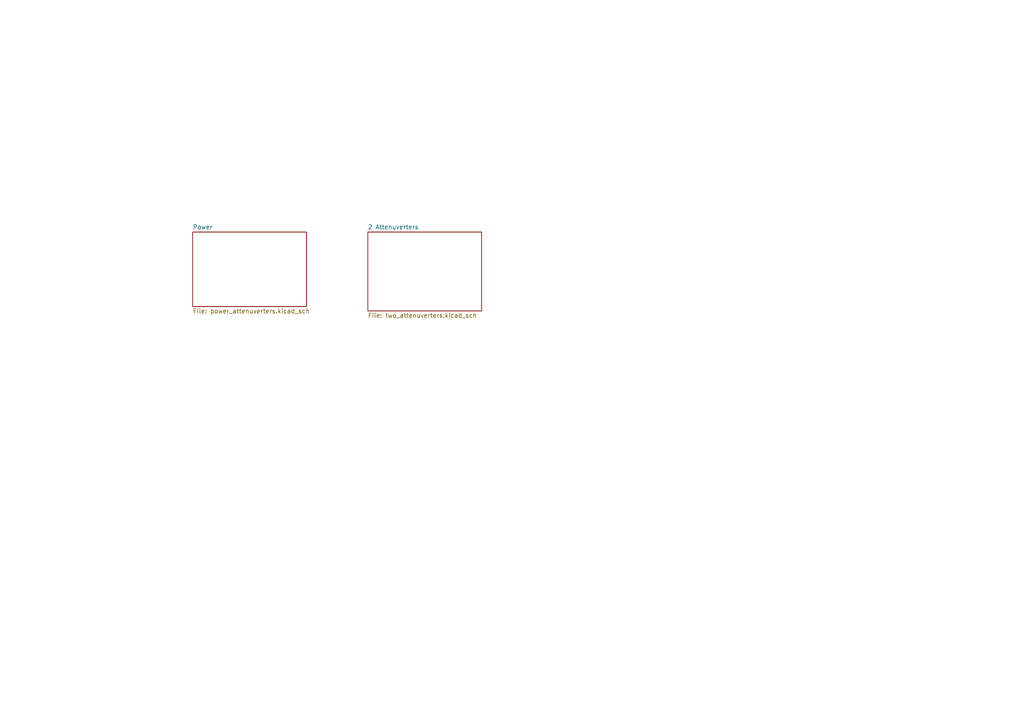
<source format=kicad_sch>
(kicad_sch
	(version 20231120)
	(generator "eeschema")
	(generator_version "8.0")
	(uuid "53c275a4-f85f-488f-8f28-338524c33fde")
	(paper "A4")
	(lib_symbols)
	(sheet
		(at 55.88 67.31)
		(size 33.02 21.59)
		(fields_autoplaced yes)
		(stroke
			(width 0.1524)
			(type solid)
		)
		(fill
			(color 0 0 0 0.0000)
		)
		(uuid "233a1a6a-a080-4dac-b4d3-61cf8d16d2d9")
		(property "Sheetname" "Power"
			(at 55.88 66.5984 0)
			(effects
				(font
					(size 1.27 1.27)
				)
				(justify left bottom)
			)
		)
		(property "Sheetfile" "power_attenuverters.kicad_sch"
			(at 55.88 89.4846 0)
			(effects
				(font
					(size 1.27 1.27)
				)
				(justify left top)
			)
		)
		(instances
			(project "switch_sequencer"
				(path "/1090b42d-0526-4901-ae26-1a4493d10820/c21975fb-1aad-4817-bd76-de40397c1585"
					(page "6")
				)
			)
		)
	)
	(sheet
		(at 106.68 67.31)
		(size 33.02 22.86)
		(fields_autoplaced yes)
		(stroke
			(width 0.1524)
			(type solid)
		)
		(fill
			(color 0 0 0 0.0000)
		)
		(uuid "7fbfe606-9f28-4840-b0db-dfed757f4d20")
		(property "Sheetname" "2 Attenuverters"
			(at 106.68 66.5984 0)
			(effects
				(font
					(size 1.27 1.27)
				)
				(justify left bottom)
			)
		)
		(property "Sheetfile" "two_attenuverters.kicad_sch"
			(at 106.68 90.7546 0)
			(effects
				(font
					(size 1.27 1.27)
				)
				(justify left top)
			)
		)
		(instances
			(project "switch_sequencer"
				(path "/1090b42d-0526-4901-ae26-1a4493d10820/c21975fb-1aad-4817-bd76-de40397c1585"
					(page "7")
				)
			)
		)
	)
)

</source>
